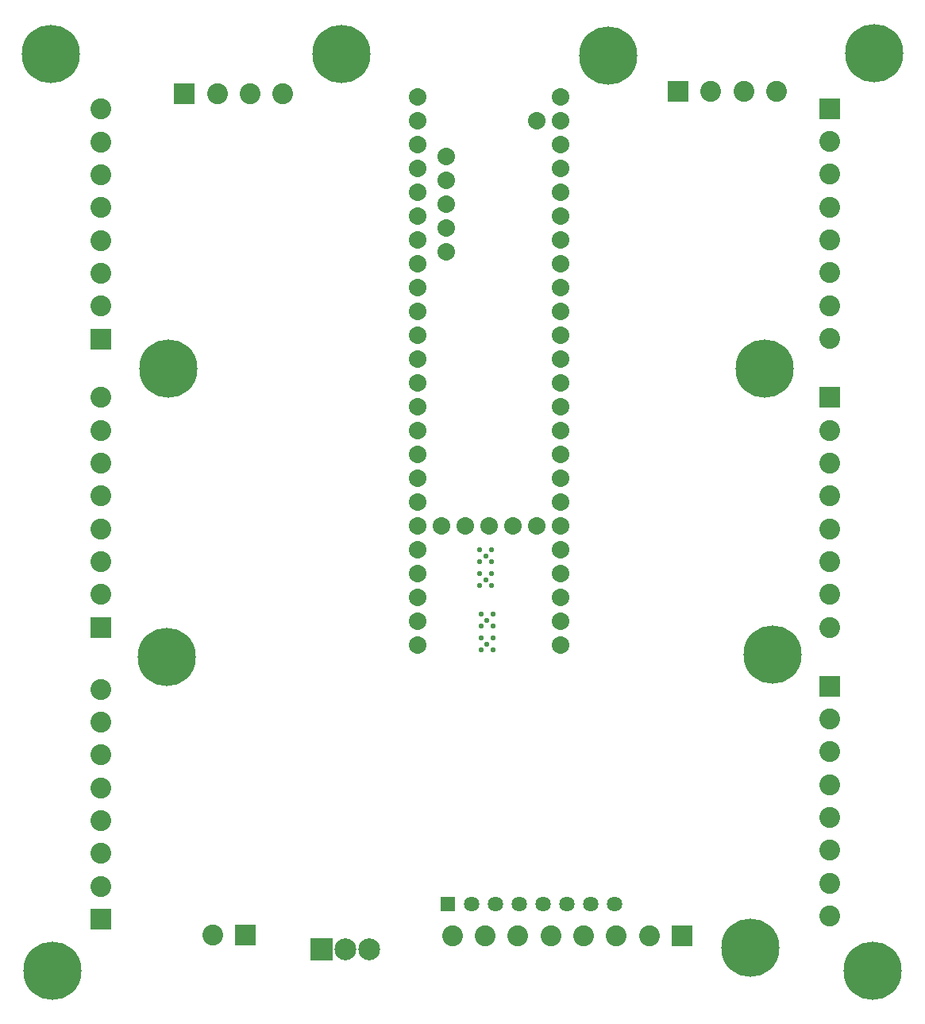
<source format=gbs>
G04*
G04 #@! TF.GenerationSoftware,Altium Limited,Altium Designer,23.4.1 (23)*
G04*
G04 Layer_Color=16711935*
%FSLAX25Y25*%
%MOIN*%
G70*
G04*
G04 #@! TF.SameCoordinates,D3063454-9748-4D5F-95FB-788F291D17A3*
G04*
G04*
G04 #@! TF.FilePolarity,Negative*
G04*
G01*
G75*
%ADD25R,0.08772X0.08772*%
%ADD26C,0.08772*%
%ADD27R,0.08772X0.08772*%
%ADD28R,0.06410X0.06410*%
%ADD29C,0.06410*%
%ADD30R,0.09186X0.09186*%
%ADD31C,0.09186*%
%ADD32C,0.07355*%
%ADD33C,0.02257*%
%ADD34C,0.24422*%
D25*
X168941Y476000D02*
D03*
X376220Y477000D02*
D03*
X194500Y123000D02*
D03*
X377898Y122500D02*
D03*
D26*
X182720Y476000D02*
D03*
X196500D02*
D03*
X210279D02*
D03*
X390000Y477000D02*
D03*
X403780D02*
D03*
X417559D02*
D03*
X134000Y348457D02*
D03*
Y334677D02*
D03*
Y320898D02*
D03*
Y307118D02*
D03*
Y293339D02*
D03*
Y279559D02*
D03*
Y265779D02*
D03*
X180720Y123000D02*
D03*
X364118Y122500D02*
D03*
X350339D02*
D03*
X336559D02*
D03*
X322779D02*
D03*
X309000D02*
D03*
X295220D02*
D03*
X281441D02*
D03*
X440000Y455898D02*
D03*
Y442118D02*
D03*
Y428339D02*
D03*
Y414559D02*
D03*
Y400779D02*
D03*
Y387000D02*
D03*
Y373220D02*
D03*
X134000Y386779D02*
D03*
Y400559D02*
D03*
Y414339D02*
D03*
Y428118D02*
D03*
Y441898D02*
D03*
Y455677D02*
D03*
Y469457D02*
D03*
Y143323D02*
D03*
Y157102D02*
D03*
Y170882D02*
D03*
Y184661D02*
D03*
Y198441D02*
D03*
Y212221D02*
D03*
Y226000D02*
D03*
X440000Y334677D02*
D03*
Y320898D02*
D03*
Y307118D02*
D03*
Y293339D02*
D03*
Y279559D02*
D03*
Y265779D02*
D03*
Y252000D02*
D03*
Y213559D02*
D03*
Y199779D02*
D03*
Y186000D02*
D03*
Y172221D02*
D03*
Y158441D02*
D03*
Y144661D02*
D03*
Y130882D02*
D03*
D27*
X134000Y252000D02*
D03*
X440000Y469677D02*
D03*
X134000Y373000D02*
D03*
Y129543D02*
D03*
X440000Y348457D02*
D03*
Y227339D02*
D03*
D28*
X279500Y136000D02*
D03*
D29*
X289500D02*
D03*
X299500D02*
D03*
X309500D02*
D03*
X319500D02*
D03*
X329500D02*
D03*
X339500D02*
D03*
X349500D02*
D03*
D30*
X226421Y117000D02*
D03*
D31*
X236461D02*
D03*
X246500D02*
D03*
D32*
X267000Y454500D02*
D03*
Y444500D02*
D03*
Y434500D02*
D03*
Y424500D02*
D03*
Y414500D02*
D03*
Y404500D02*
D03*
Y394500D02*
D03*
Y384500D02*
D03*
Y374500D02*
D03*
Y364500D02*
D03*
Y354500D02*
D03*
Y344500D02*
D03*
X327000D02*
D03*
Y354500D02*
D03*
Y364500D02*
D03*
Y374500D02*
D03*
Y384500D02*
D03*
Y394500D02*
D03*
Y404500D02*
D03*
Y414500D02*
D03*
Y424500D02*
D03*
Y434500D02*
D03*
Y444500D02*
D03*
X267000Y324500D02*
D03*
Y314500D02*
D03*
Y304500D02*
D03*
Y294500D02*
D03*
Y284500D02*
D03*
Y274500D02*
D03*
Y264500D02*
D03*
Y254500D02*
D03*
Y244500D02*
D03*
X327000D02*
D03*
Y254500D02*
D03*
Y264500D02*
D03*
Y274500D02*
D03*
Y284500D02*
D03*
Y294500D02*
D03*
Y304500D02*
D03*
Y314500D02*
D03*
Y324500D02*
D03*
X267000Y334500D02*
D03*
X277000Y294500D02*
D03*
X287000D02*
D03*
X297000D02*
D03*
X307000D02*
D03*
X317000D02*
D03*
X279008Y409500D02*
D03*
Y419500D02*
D03*
Y429500D02*
D03*
Y439500D02*
D03*
Y449500D02*
D03*
X327000Y454500D02*
D03*
Y474500D02*
D03*
X267000Y464500D02*
D03*
X317000D02*
D03*
X327000Y334500D02*
D03*
Y464500D02*
D03*
X267000Y474500D02*
D03*
D33*
X293000Y269500D02*
D03*
X298000D02*
D03*
X293000Y274500D02*
D03*
X298000D02*
D03*
X293000Y279500D02*
D03*
X298000D02*
D03*
X293000Y284500D02*
D03*
X298000D02*
D03*
X295500Y272020D02*
D03*
Y281980D02*
D03*
X293500Y242500D02*
D03*
X298500D02*
D03*
X293500Y247500D02*
D03*
X298500D02*
D03*
X293500Y252500D02*
D03*
X298500D02*
D03*
X293500Y257500D02*
D03*
X298500D02*
D03*
X296000Y245020D02*
D03*
Y254980D02*
D03*
D34*
X235000Y492500D02*
D03*
X347000Y492000D02*
D03*
X406500Y117500D02*
D03*
X416000Y240500D02*
D03*
X412500Y360500D02*
D03*
X458500Y493000D02*
D03*
X458000Y108000D02*
D03*
X113500D02*
D03*
X161500Y239500D02*
D03*
X162225Y360452D02*
D03*
X113000Y492500D02*
D03*
M02*

</source>
